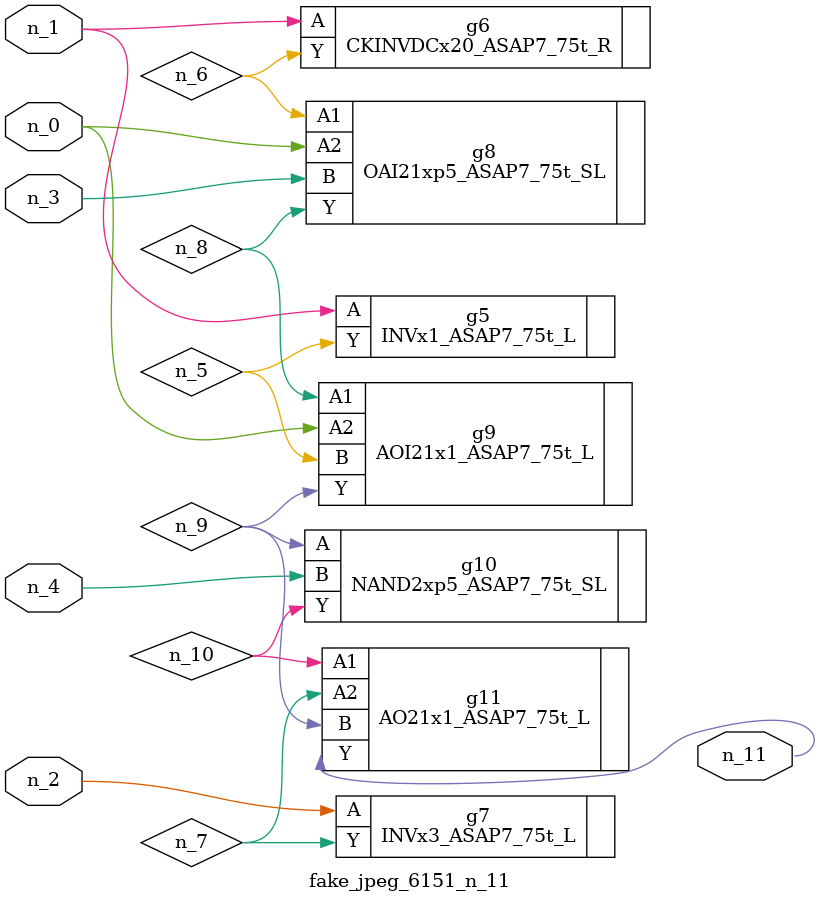
<source format=v>
module fake_jpeg_6151_n_11 (n_3, n_2, n_1, n_0, n_4, n_11);

input n_3;
input n_2;
input n_1;
input n_0;
input n_4;

output n_11;

wire n_10;
wire n_8;
wire n_9;
wire n_6;
wire n_5;
wire n_7;

INVx1_ASAP7_75t_L g5 ( 
.A(n_1),
.Y(n_5)
);

CKINVDCx20_ASAP7_75t_R g6 ( 
.A(n_1),
.Y(n_6)
);

INVx3_ASAP7_75t_L g7 ( 
.A(n_2),
.Y(n_7)
);

OAI21xp5_ASAP7_75t_SL g8 ( 
.A1(n_6),
.A2(n_0),
.B(n_3),
.Y(n_8)
);

AOI21x1_ASAP7_75t_L g9 ( 
.A1(n_8),
.A2(n_0),
.B(n_5),
.Y(n_9)
);

NAND2xp5_ASAP7_75t_SL g10 ( 
.A(n_9),
.B(n_4),
.Y(n_10)
);

AO21x1_ASAP7_75t_L g11 ( 
.A1(n_10),
.A2(n_7),
.B(n_9),
.Y(n_11)
);


endmodule
</source>
